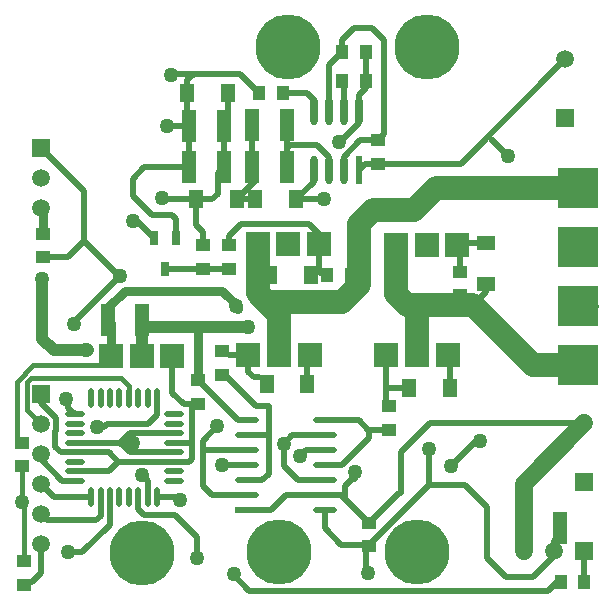
<source format=gbl>
%FSLAX25Y25*%
%MOIN*%
G70*
G01*
G75*
G04 Layer_Physical_Order=2*
G04 Layer_Color=16711680*
%ADD10R,0.03937X0.05118*%
%ADD11R,0.04724X0.05118*%
%ADD12R,0.05118X0.03937*%
%ADD13R,0.07000X0.10000*%
%ADD14R,0.05500X0.07600*%
%ADD15R,0.08000X0.02000*%
%ADD16O,0.08000X0.02000*%
%ADD17R,0.02559X0.04724*%
%ADD18R,0.06299X0.04921*%
%ADD19R,0.05118X0.04724*%
%ADD20C,0.07874*%
%ADD21C,0.02000*%
%ADD22C,0.06000*%
%ADD23C,0.01500*%
%ADD24C,0.04000*%
%ADD25C,0.03000*%
%ADD26C,0.01000*%
%ADD27C,0.05906*%
%ADD28R,0.05906X0.05906*%
%ADD29R,0.05906X0.05906*%
%ADD30R,0.08400X0.08400*%
%ADD31R,0.13780X0.13780*%
%ADD32C,0.21654*%
%ADD33C,0.05000*%
%ADD34R,0.02362X0.09449*%
%ADD35O,0.02362X0.09449*%
%ADD36R,0.04921X0.06299*%
%ADD37R,0.05118X0.10630*%
%ADD38O,0.02165X0.06496*%
%ADD39O,0.06496X0.02165*%
D10*
X116142Y507874D02*
D03*
X108268D02*
D03*
Y498032D02*
D03*
X116142D02*
D03*
X189037Y331200D02*
D03*
X181163D02*
D03*
X111237Y433600D02*
D03*
X103363D02*
D03*
X80709Y494095D02*
D03*
X88583D02*
D03*
D12*
X147400Y426663D02*
D03*
Y434537D02*
D03*
X120079Y470472D02*
D03*
Y478346D02*
D03*
X70400Y435563D02*
D03*
Y443437D02*
D03*
X62000Y435463D02*
D03*
Y443337D02*
D03*
X8500Y439363D02*
D03*
Y447237D02*
D03*
X2200Y338137D02*
D03*
Y330263D02*
D03*
X1700Y369763D02*
D03*
Y377637D02*
D03*
X68100Y400263D02*
D03*
Y408137D02*
D03*
X60200Y398437D02*
D03*
Y390563D02*
D03*
X124016Y381890D02*
D03*
Y389764D02*
D03*
X117200Y343063D02*
D03*
Y350937D02*
D03*
D15*
X76500Y355100D02*
D03*
D16*
Y360100D02*
D03*
Y365100D02*
D03*
Y370100D02*
D03*
Y375100D02*
D03*
Y380100D02*
D03*
Y385100D02*
D03*
X102500D02*
D03*
Y380100D02*
D03*
Y375100D02*
D03*
Y370100D02*
D03*
Y365100D02*
D03*
Y360100D02*
D03*
Y355100D02*
D03*
D17*
X49200Y435476D02*
D03*
X45460Y445924D02*
D03*
X52940D02*
D03*
D18*
X156200Y443991D02*
D03*
Y430409D02*
D03*
D20*
X133208Y406936D02*
Y420292D01*
X80139Y427361D02*
Y443713D01*
X87242Y406936D02*
Y420259D01*
X171957Y403543D02*
X187008D01*
X126300Y427200D02*
Y443630D01*
X80139Y427361D02*
X87242Y420259D01*
X126300Y427200D02*
X130000Y423500D01*
X152000D02*
X171957Y403543D01*
X83000Y424500D02*
X108200D01*
X114000Y430300D01*
Y450500D01*
X139598Y462598D02*
X187008D01*
X132200Y455200D02*
X139598Y462598D01*
X118700Y455200D02*
X132200D01*
X114000Y450500D02*
X118700Y455200D01*
X130000Y423500D02*
X152000D01*
D21*
X68736Y469425D02*
Y483047D01*
X70284Y484594D02*
Y494095D01*
X68736Y483047D02*
X68760Y483071D01*
X70284Y484594D01*
X59638Y458661D02*
X64961D01*
X66929Y460630D01*
Y467618D01*
X68736Y469425D01*
X78319D02*
Y483425D01*
Y469425D02*
X79323Y468421D01*
Y464764D02*
Y468421D01*
X73220Y458661D02*
X79323D01*
X73220D02*
X79323Y464764D01*
X90551Y476378D02*
X91083Y476909D01*
X89736Y469425D02*
Y483425D01*
X98799Y464555D02*
Y468504D01*
X108799Y488189D02*
Y497500D01*
X108268Y498032D02*
X108799Y497500D01*
X88583Y494095D02*
X96457D01*
X98799Y491752D01*
Y488189D02*
Y491752D01*
X103799Y488189D02*
Y503406D01*
X108268Y507874D01*
X116142Y498032D02*
Y507874D01*
X115768Y470472D02*
X120079D01*
X113799Y468504D02*
X115768Y470472D01*
X108268Y507874D02*
Y511811D01*
X112205Y515748D01*
X118110D01*
X107436Y477821D02*
X113799Y484184D01*
X108799Y468504D02*
Y472972D01*
X114173Y478346D01*
X120079D01*
X107283Y477821D02*
X107436D01*
X92905Y458661D02*
X92905Y458661D01*
X98799Y464555D01*
X92905Y458661D02*
X102362D01*
X91083Y476909D02*
X99862D01*
X103799Y472972D01*
Y468504D02*
Y472972D01*
X77042Y401305D02*
Y406936D01*
Y401305D02*
X78740Y399606D01*
X70599Y406936D02*
X77042D01*
X78740Y399606D02*
X80702D01*
X96691Y397200D02*
Y406186D01*
X123639Y395669D02*
X130504D01*
X123008Y390771D02*
Y406936D01*
X116952Y381890D02*
X124016D01*
X144087Y395669D02*
Y406258D01*
X9775Y351800D02*
X26300D01*
X7874Y353701D02*
X9775Y351800D01*
X12126Y359449D02*
X24578D01*
X7874Y363701D02*
X12126Y359449D01*
X14939Y364961D02*
X20866D01*
X7874Y372026D02*
X14939Y364961D01*
X7874Y372026D02*
Y373701D01*
X20866Y377559D02*
X34341D01*
X52137D02*
X58000D01*
X57360Y371260D02*
X58300Y372200D01*
X52137Y371260D02*
X57360D01*
X33660D02*
X52137D01*
X30510Y374410D02*
X33660Y371260D01*
X19066Y374410D02*
X30510D01*
X19066Y368110D02*
X30510D01*
X33660Y371260D01*
X26300Y351800D02*
X27728Y353228D01*
Y359449D01*
X30877Y350277D02*
Y359449D01*
X100539Y434361D02*
Y443713D01*
Y434361D02*
X100900Y434000D01*
X100539Y443713D02*
Y447161D01*
X97300Y450400D02*
X100539Y447161D01*
X74400Y450400D02*
X97300D01*
X70400Y446400D02*
X74400Y450400D01*
X70400Y443437D02*
Y446400D01*
X62100Y435563D02*
X70400D01*
X62000Y443337D02*
Y447900D01*
X59638Y450262D02*
X62000Y447900D01*
X59638Y450262D02*
Y458661D01*
X147400Y434537D02*
Y442930D01*
X147061Y443991D02*
X156200D01*
Y427700D02*
Y430409D01*
X152000Y423500D02*
X156200Y427700D01*
X40326Y355474D02*
Y359449D01*
Y355474D02*
X42265Y353535D01*
X52137Y374410D02*
X53937D01*
X52137Y380709D02*
X53937D01*
X72100Y333400D02*
X77183Y328317D01*
X72100Y333400D02*
Y333900D01*
X188900Y331337D02*
Y341500D01*
Y331337D02*
X189037Y331200D01*
X51700Y394300D02*
Y406500D01*
Y394300D02*
X55437Y390563D01*
X58300D02*
X60200D01*
X55437D02*
X58300D01*
X46625Y359449D02*
X53351D01*
X54300Y358500D01*
X60000Y339100D02*
Y346100D01*
X178900Y341500D02*
Y344800D01*
X180500Y346400D01*
Y351991D02*
X180809Y352300D01*
X178900Y339900D02*
Y341500D01*
X171800Y332800D02*
X178900Y339900D01*
X46625Y386825D02*
Y392520D01*
X43509Y383709D02*
X46625Y386825D01*
X29809Y383709D02*
X43509D01*
X181163Y331200D02*
X182063D01*
X39784Y451600D02*
X45460Y445924D01*
X38500Y451600D02*
X39784D01*
X49200Y435476D02*
X61987D01*
X62000Y435463D01*
X120079Y470472D02*
X147830D01*
X182700Y505342D01*
X74203Y500600D02*
X80709Y494095D01*
X58900Y500600D02*
X74203D01*
X56701Y498401D02*
X58900Y500600D01*
X56701Y494095D02*
Y498401D01*
X51600Y500600D02*
X58900D01*
X51100Y500100D02*
X51600Y500600D01*
X127900Y360900D02*
Y374400D01*
X137558Y384058D01*
X188976D01*
X60200Y398437D02*
X73537Y385100D01*
X34341Y377559D02*
X38659D01*
X43476Y359449D02*
Y364824D01*
X41600Y366700D02*
X43476Y364824D01*
X49800Y483100D02*
X49829Y483071D01*
X56701D01*
X48100Y459300D02*
X48200D01*
X48539Y458661D02*
X59638D01*
X52940Y445924D02*
Y452140D01*
X51680Y453400D02*
X52940Y452140D01*
X44800Y453400D02*
X51680D01*
X38400Y459800D02*
X44800Y453400D01*
X38400Y459800D02*
Y465600D01*
X42225Y469425D01*
X57319D01*
Y482453D01*
X56701Y483071D02*
X57342D01*
X116142Y495942D02*
Y498032D01*
X113799Y493599D02*
X116142Y495942D01*
X113799Y488189D02*
Y493599D01*
X120079Y478346D02*
X122100Y480368D01*
Y511758D01*
X118110Y515748D02*
X122100Y511758D01*
X26500Y382800D02*
X28900D01*
X29809Y383709D01*
X17000Y341000D02*
X21600D01*
X30877Y350277D01*
X22250Y444850D02*
X33800Y433300D01*
X22250Y444850D02*
Y461524D01*
X7874Y475900D02*
X22250Y461524D01*
X116300Y335000D02*
X117000Y334300D01*
X157750Y478950D02*
X163700Y473000D01*
X137200Y363500D02*
Y375500D01*
X117342Y343642D02*
X137200Y363500D01*
X116300Y335000D02*
Y342357D01*
X77183Y328317D02*
X177017D01*
X179900Y331200D01*
X181163D01*
X163000Y332800D02*
X171800D01*
X156700Y339100D02*
X163000Y332800D01*
X156700Y339100D02*
Y356000D01*
X149200Y363500D02*
X156700Y356000D01*
X137200Y363500D02*
X149200D01*
X152900Y378000D02*
X154300D01*
X144600Y369700D02*
X152900Y378000D01*
X127163Y360900D02*
X127900D01*
X117200Y350937D02*
X127163Y360900D01*
X102500Y385100D02*
X113742D01*
X116952Y381890D01*
X117100Y381742D01*
X8500Y439363D02*
X16763D01*
X22250Y444850D01*
X18100Y417200D02*
X34200Y433300D01*
X91700Y380100D02*
X102500D01*
X88800Y377200D02*
X91700Y380100D01*
X93600Y365100D02*
X102500D01*
X88800Y369900D02*
X93600Y365100D01*
X88800Y369900D02*
Y377200D01*
X76500Y365100D02*
X81600D01*
X83800Y367300D01*
X79636Y389764D02*
X83800D01*
X76500Y380100D02*
X83500D01*
X83800Y367300D02*
Y380400D01*
Y389764D01*
X83500Y380100D02*
X83800Y380400D01*
X68619Y400781D02*
X79636Y389764D01*
X73537Y385100D02*
X76500D01*
X62100Y375100D02*
X76500D01*
X102500Y360100D02*
X108037D01*
X102500Y349173D02*
Y355100D01*
Y349173D02*
X108031Y343642D01*
X89500Y360100D02*
X102500D01*
X84500Y355100D02*
X89500Y360100D01*
X76500Y355100D02*
X84500D01*
X96200Y375100D02*
X102500D01*
X94300Y373200D02*
X96200Y375100D01*
X61800Y378300D02*
X66500Y383000D01*
X61800Y363200D02*
Y378300D01*
Y363200D02*
X64900Y360100D01*
X76500D01*
X68500Y370100D02*
X76500D01*
X68300Y370300D02*
X68500Y370100D01*
X109169Y363268D02*
X111500Y365600D01*
X109169Y358968D02*
Y363268D01*
Y358968D02*
X117200Y350937D01*
X108037Y360100D02*
X109169Y358968D01*
X117100Y379000D02*
Y381742D01*
X102500Y370100D02*
X108200D01*
X117100Y379000D01*
X112400Y365700D02*
X112500Y365600D01*
X112400Y365700D02*
Y367700D01*
X16800Y389274D02*
X19066Y387008D01*
X16800Y389274D02*
Y392000D01*
X16700Y392100D02*
X16800Y392000D01*
X16100Y392100D02*
X16700D01*
X7874Y390705D02*
Y393701D01*
Y390705D02*
X12827Y385752D01*
Y381522D02*
Y385752D01*
X12700Y381396D02*
X12827Y381522D01*
X12700Y376300D02*
Y381396D01*
Y376300D02*
X14591Y374410D01*
X19066D01*
X108031Y343642D02*
X117342D01*
X58300Y372200D02*
Y390563D01*
X180500Y346400D02*
Y351991D01*
X2200Y330263D02*
X3063Y331126D01*
X34341Y377559D02*
X37490Y374410D01*
X34341Y377559D02*
X37490Y380709D01*
Y374410D02*
X52137D01*
X37490Y380709D02*
X52137D01*
X56701Y483071D02*
Y494095D01*
X111500Y365600D02*
X112500D01*
X7874Y334174D02*
Y343701D01*
X4826Y331126D02*
X7874Y334174D01*
X3063Y331126D02*
X4826D01*
X42265Y353535D02*
X52565D01*
X60000Y346100D01*
D22*
X168900Y363982D02*
X188976Y384058D01*
X168900Y341500D02*
Y363982D01*
D23*
X34500Y399200D02*
X37200Y396500D01*
Y392520D02*
Y396500D01*
X4639Y399200D02*
X34500D01*
X3171Y388404D02*
Y397732D01*
Y388404D02*
X7874Y383701D01*
X3171Y397732D02*
X4639Y399200D01*
X-150Y379487D02*
Y397946D01*
Y379487D02*
X1700Y377637D01*
Y357837D02*
Y366500D01*
Y369763D01*
X1600Y366600D02*
X1700Y366500D01*
X2200Y338137D02*
Y357337D01*
X-150Y397946D02*
X5304Y403400D01*
X28200D01*
X31300Y406500D01*
D24*
X41709Y406709D02*
Y418600D01*
X8200Y412300D02*
Y432200D01*
Y412300D02*
X12100Y408400D01*
X23000D01*
X23600D01*
X58800Y416300D02*
X77000D01*
X44109Y416200D02*
X58900D01*
X60200D01*
D25*
X30291Y418600D02*
Y422791D01*
X35800Y428300D01*
X68300D01*
X73400Y422000D02*
Y423200D01*
X41500Y406500D02*
X41709Y406709D01*
X31300Y406500D02*
Y417591D01*
X30291Y418600D02*
X31300Y417591D01*
X187008Y423228D02*
X192228D01*
X73000Y422400D02*
X73400Y422000D01*
X73000Y422400D02*
Y423300D01*
X41709Y418600D02*
X44109Y416200D01*
X60200Y398437D02*
Y414900D01*
Y416200D01*
X58900D02*
X60200Y414900D01*
X58800Y416300D02*
X58900Y416200D01*
X8500Y447237D02*
Y455274D01*
X30300Y406500D02*
X31300D01*
X68300Y428300D02*
X73400Y423200D01*
D27*
X182700Y505342D02*
D03*
X188976Y384058D02*
D03*
X178900Y341500D02*
D03*
X168900D02*
D03*
X7874Y383701D02*
D03*
Y373701D02*
D03*
Y363701D02*
D03*
Y353701D02*
D03*
Y343701D02*
D03*
X7874Y465900D02*
D03*
Y455900D02*
D03*
D28*
X182700Y485658D02*
D03*
X188976Y364373D02*
D03*
X7874Y393701D02*
D03*
X7874Y475900D02*
D03*
D29*
X188900Y341500D02*
D03*
D30*
X133208Y406936D02*
D03*
X123008D02*
D03*
X143408D02*
D03*
X87242D02*
D03*
X77042D02*
D03*
X97442D02*
D03*
X41500Y406500D02*
D03*
X31300D02*
D03*
X51700D02*
D03*
X90339Y443713D02*
D03*
X100539D02*
D03*
X80139D02*
D03*
X136500Y443630D02*
D03*
X146700D02*
D03*
X126300D02*
D03*
D31*
X187008Y403543D02*
D03*
Y462598D02*
D03*
Y442913D02*
D03*
Y423228D02*
D03*
D32*
X133208Y341144D02*
D03*
X87242D02*
D03*
X41500Y340708D02*
D03*
X90339Y509505D02*
D03*
X136500Y509422D02*
D03*
D33*
X107283Y477821D02*
D03*
X102362Y458661D02*
D03*
X38500Y451600D02*
D03*
X72100Y333900D02*
D03*
X54300Y358500D02*
D03*
X60000Y339100D02*
D03*
X137200Y375500D02*
D03*
X34200Y433300D02*
D03*
X51100Y500100D02*
D03*
X163700Y473000D02*
D03*
X38659Y377559D02*
D03*
X41600Y366700D02*
D03*
X49800Y483100D02*
D03*
X48200Y459300D02*
D03*
X26500Y382800D02*
D03*
X17000Y341000D02*
D03*
X117000Y334300D02*
D03*
X23000Y408400D02*
D03*
X8200Y432200D02*
D03*
X19000Y417000D02*
D03*
X77000Y416300D02*
D03*
X73000Y423300D02*
D03*
X154300Y378000D02*
D03*
X144600Y369700D02*
D03*
X88800Y377200D02*
D03*
X66500Y383000D02*
D03*
X94300Y373200D02*
D03*
X68300Y370300D02*
D03*
X112400Y367700D02*
D03*
X16100Y392100D02*
D03*
X1700Y357837D02*
D03*
D34*
X113799Y468504D02*
D03*
D35*
X108799D02*
D03*
X103799D02*
D03*
X98799D02*
D03*
X113799Y488189D02*
D03*
X108799D02*
D03*
X103799D02*
D03*
X98799D02*
D03*
D36*
X56701Y494095D02*
D03*
X70284D02*
D03*
X92905Y458661D02*
D03*
X79323D02*
D03*
X73220D02*
D03*
X59638D02*
D03*
X84209Y433400D02*
D03*
X97791D02*
D03*
X144087Y395669D02*
D03*
X130504D02*
D03*
X96691Y397200D02*
D03*
X83109D02*
D03*
D37*
X78319Y483425D02*
D03*
X89736D02*
D03*
X57342Y483071D02*
D03*
X68760D02*
D03*
X78319Y469425D02*
D03*
X89736D02*
D03*
X57319D02*
D03*
X68736D02*
D03*
X169391Y349000D02*
D03*
X180809D02*
D03*
X41709Y418600D02*
D03*
X30291D02*
D03*
D38*
X46625Y392520D02*
D03*
X43476D02*
D03*
X40326D02*
D03*
X37176D02*
D03*
X34027D02*
D03*
X30877D02*
D03*
X27728D02*
D03*
X24578D02*
D03*
Y359449D02*
D03*
X27728D02*
D03*
X30877D02*
D03*
X34027D02*
D03*
X37176D02*
D03*
X40326D02*
D03*
X43476D02*
D03*
X46625D02*
D03*
D39*
X19066Y387008D02*
D03*
Y383858D02*
D03*
Y380709D02*
D03*
Y377559D02*
D03*
Y374410D02*
D03*
Y371260D02*
D03*
Y368110D02*
D03*
Y364961D02*
D03*
X52137D02*
D03*
Y368110D02*
D03*
Y371260D02*
D03*
Y374410D02*
D03*
Y377559D02*
D03*
Y380709D02*
D03*
Y383858D02*
D03*
Y387008D02*
D03*
M02*

</source>
